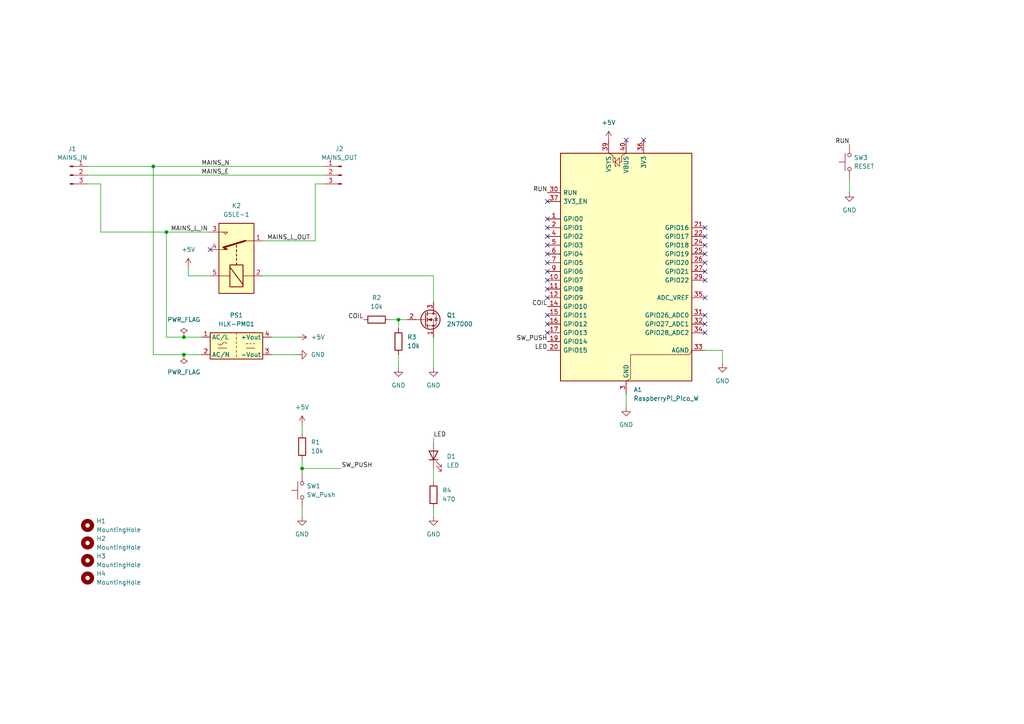
<source format=kicad_sch>
(kicad_sch (version 20250114) (generator "eeschema") (generator_version "9.0")
  (paper "A4")
  (lib_symbols
    (symbol "Connector:Conn_01x03_Pin" (pin_names (offset 1.016) (hide yes))
      (property "Reference" "J" (at 0 5.08 0))
      (property "Value" "Conn_01x03_Pin" (at 0 -5.08 0))
      (symbol "Conn_01x03_Pin_1_1"
        (rectangle (start 0.8636 2.667) (end 0 2.413) (stroke (width 0.1524)) (fill (type outline)))
        (rectangle (start 0.8636 0.127) (end 0 -0.127) (stroke (width 0.1524)) (fill (type outline)))
        (rectangle (start 0.8636 -2.413) (end 0 -2.667) (stroke (width 0.1524)) (fill (type outline)))
        (polyline (pts (xy 1.27 2.54) (xy 0.8636 2.54)) (stroke (width 0.1524)))
        (polyline (pts (xy 1.27 0) (xy 0.8636 0)) (stroke (width 0.1524)))
        (polyline (pts (xy 1.27 -2.54) (xy 0.8636 -2.54)) (stroke (width 0.1524)))
        (pin passive line (at 5.08 2.54 180) (length 3.81) (name "Pin_1") (number "1"))
        (pin passive line (at 5.08 0 180) (length 3.81) (name "Pin_2") (number "2"))
        (pin passive line (at 5.08 -2.54 180) (length 3.81) (name "Pin_3") (number "3"))
      )
    )
    (symbol "Converter_ACDC:HLK-PM01"
      (property "Reference" "PS" (at 0 5.08 0))
      (property "Value" "HLK-PM01" (at 0 -5.08 0))
      (symbol "HLK-PM01_0_1"
        (rectangle (start -7.62 3.81) (end 7.62 -3.81) (stroke (width 0.254)) (fill (type background)))
        (polyline (pts (xy -5.334 -0.635) (xy -2.794 -0.635)))
        (arc (start -4.064 0.635) (mid -4.699 0.2495) (end -5.334 0.635))
        (arc (start -4.064 0.635) (mid -3.429 1.0072) (end -2.794 0.635))
        (polyline (pts (xy 0 3.81) (xy 0 3.175)))
        (polyline (pts (xy 0 2.54) (xy 0 1.905)))
        (polyline (pts (xy 0 1.27) (xy 0 0.635)))
        (polyline (pts (xy 0 0) (xy 0 -0.635)))
        (polyline (pts (xy 0 -1.27) (xy 0 -1.905)))
        (polyline (pts (xy 0 -2.54) (xy 0 -3.175)))
        (polyline (pts (xy 2.794 0.635) (xy 3.302 0.635)))
        (polyline (pts (xy 2.794 -0.635) (xy 5.334 -0.635)))
        (polyline (pts (xy 3.81 0.635) (xy 4.318 0.635)))
        (polyline (pts (xy 4.826 0.635) (xy 5.334 0.635)))
      )
      (symbol "HLK-PM01_1_1"
        (pin power_in line (at -10.16 2.54 0) (length 2.54) (name "AC/L") (number "1"))
        (pin power_in line (at -10.16 -2.54 0) (length 2.54) (name "AC/N") (number "2"))
        (pin power_out line (at 10.16 2.54 180) (length 2.54) (name "+Vout") (number "4"))
        (pin power_out line (at 10.16 -2.54 180) (length 2.54) (name "-Vout") (number "3"))
      )
    )
    (symbol "Device:LED" (pin_numbers (hide yes)) (pin_names (offset 1.016) (hide yes))
      (property "Reference" "D" (at 0 2.54 0))
      (property "Value" "LED" (at 0 -2.54 0))
      (symbol "LED_0_1"
        (polyline (pts (xy -3.048 -0.762) (xy -4.572 -2.286) (xy -3.81 -2.286) (xy -4.572 -2.286) (xy -4.572 -1.524)))
        (polyline (pts (xy -1.778 -0.762) (xy -3.302 -2.286) (xy -2.54 -2.286) (xy -3.302 -2.286) (xy -3.302 -1.524)))
        (polyline (pts (xy -1.27 0) (xy 1.27 0)))
        (polyline (pts (xy -1.27 -1.27) (xy -1.27 1.27)) (stroke (width 0.254)))
        (polyline (pts (xy 1.27 -1.27) (xy 1.27 1.27) (xy -1.27 0) (xy 1.27 -1.27)) (stroke (width 0.254)))
      )
      (symbol "LED_1_1"
        (pin passive line (at -3.81 0 0) (length 2.54) (name "K") (number "1"))
        (pin passive line (at 3.81 0 180) (length 2.54) (name "A") (number "2"))
      )
    )
    (symbol "Device:R" (pin_numbers (hide yes)) (pin_names (offset 0))
      (property "Reference" "R" (at 2.032 0 90))
      (property "Value" "R" (at 0 0 90))
      (symbol "R_0_1"
        (rectangle (start -1.016 -2.54) (end 1.016 2.54) (stroke (width 0.254)))
      )
      (symbol "R_1_1"
        (pin passive line (at 0 3.81 270) (length 1.27) (name "~") (number "1"))
        (pin passive line (at 0 -3.81 90) (length 1.27) (name "~") (number "2"))
      )
    )
    (symbol "MCU_Module:RaspberryPi_Pico_W" (pin_names (offset 0.762))
      (property "Reference" "A" (at -19.05 35.56 0))
      (property "Value" "RaspberryPi_Pico_W" (at 7.62 35.56 0))
      (symbol "RaspberryPi_Pico_W_0_1"
        (rectangle (start -19.05 34.29) (end 19.05 -31.75) (stroke (width 0.254)) (fill (type background)))
        (polyline (pts (xy -5.08 34.29) (xy -3.81 33.655) (xy -3.81 31.75) (xy -3.175 31.75)))
        (polyline (pts (xy -3.429 32.766) (xy -3.429 33.02) (xy -3.175 33.02) (xy -3.175 30.48) (xy -2.921 30.48) (xy -2.921 30.734)))
        (polyline (pts (xy -3.175 31.75) (xy -1.905 33.02) (xy -1.905 30.48) (xy -3.175 31.75)))
        (polyline (pts (xy 0 34.29) (xy -1.27 33.655) (xy -1.27 31.75) (xy -1.905 31.75)))
        (polyline (pts (xy 0 -31.75) (xy 1.27 -31.115) (xy 1.27 -24.13) (xy 18.415 -24.13) (xy 19.05 -22.86)))
      )
      (symbol "RaspberryPi_Pico_W_1_1"
        (pin passive line (at -22.86 22.86 0) (length 3.81) (name "RUN") (number "30"))
        (pin passive line (at -22.86 20.32 0) (length 3.81) (name "3V3_EN") (number "37"))
        (pin bidirectional line (at -22.86 15.24 0) (length 3.81) (name "GPIO0") (number "1"))
        (pin bidirectional line (at -22.86 12.7 0) (length 3.81) (name "GPIO1") (number "2"))
        (pin bidirectional line (at -22.86 10.16 0) (length 3.81) (name "GPIO2") (number "4"))
        (pin bidirectional line (at -22.86 7.62 0) (length 3.81) (name "GPIO3") (number "5"))
        (pin bidirectional line (at -22.86 5.08 0) (length 3.81) (name "GPIO4") (number "6"))
        (pin bidirectional line (at -22.86 2.54 0) (length 3.81) (name "GPIO5") (number "7"))
        (pin bidirectional line (at -22.86 0 0) (length 3.81) (name "GPIO6") (number "9"))
        (pin bidirectional line (at -22.86 -2.54 0) (length 3.81) (name "GPIO7") (number "10"))
        (pin bidirectional line (at -22.86 -5.08 0) (length 3.81) (name "GPIO8") (number "11"))
        (pin bidirectional line (at -22.86 -7.62 0) (length 3.81) (name "GPIO9") (number "12"))
        (pin bidirectional line (at -22.86 -10.16 0) (length 3.81) (name "GPIO10") (number "14"))
        (pin bidirectional line (at -22.86 -12.7 0) (length 3.81) (name "GPIO11") (number "15"))
        (pin bidirectional line (at -22.86 -15.24 0) (length 3.81) (name "GPIO12") (number "16"))
        (pin bidirectional line (at -22.86 -17.78 0) (length 3.81) (name "GPIO13") (number "17"))
        (pin bidirectional line (at -22.86 -20.32 0) (length 3.81) (name "GPIO14") (number "19"))
        (pin bidirectional line (at -22.86 -22.86 0) (length 3.81) (name "GPIO15") (number "20"))
        (pin power_in line (at -5.08 38.1 270) (length 3.81) (name "VSYS") (number "39"))
        (pin power_out line (at 0 38.1 270) (length 3.81) (name "VBUS") (number "40"))
        (pin passive line (at 0 -35.56 90) (length 3.81) (hide yes) (name "GND") (number "13"))
        (pin passive line (at 0 -35.56 90) (length 3.81) (hide yes) (name "GND") (number "18"))
        (pin passive line (at 0 -35.56 90) (length 3.81) (hide yes) (name "GND") (number "23"))
        (pin passive line (at 0 -35.56 90) (length 3.81) (hide yes) (name "GND") (number "28"))
        (pin power_out line (at 0 -35.56 90) (length 3.81) (name "GND") (number "3"))
        (pin passive line (at 0 -35.56 90) (length 3.81) (hide yes) (name "GND") (number "38"))
        (pin passive line (at 0 -35.56 90) (length 3.81) (hide yes) (name "GND") (number "8"))
        (pin power_out line (at 5.08 38.1 270) (length 3.81) (name "3V3") (number "36"))
        (pin bidirectional line (at 22.86 12.7 180) (length 3.81) (name "GPIO16") (number "21"))
        (pin bidirectional line (at 22.86 10.16 180) (length 3.81) (name "GPIO17") (number "22"))
        (pin bidirectional line (at 22.86 7.62 180) (length 3.81) (name "GPIO18") (number "24"))
        (pin bidirectional line (at 22.86 5.08 180) (length 3.81) (name "GPIO19") (number "25"))
        (pin bidirectional line (at 22.86 2.54 180) (length 3.81) (name "GPIO20") (number "26"))
        (pin bidirectional line (at 22.86 0 180) (length 3.81) (name "GPIO21") (number "27"))
        (pin bidirectional line (at 22.86 -2.54 180) (length 3.81) (name "GPIO22") (number "29"))
        (pin power_in line (at 22.86 -7.62 180) (length 3.81) (name "ADC_VREF") (number "35"))
        (pin bidirectional line (at 22.86 -12.7 180) (length 3.81) (name "GPIO26_ADC0") (number "31"))
        (pin bidirectional line (at 22.86 -15.24 180) (length 3.81) (name "GPIO27_ADC1") (number "32"))
        (pin bidirectional line (at 22.86 -17.78 180) (length 3.81) (name "GPIO28_ADC2") (number "34"))
        (pin power_out line (at 22.86 -22.86 180) (length 3.81) (name "AGND") (number "33"))
      )
    )
    (symbol "Mechanical:MountingHole" (pin_names (offset 1.016)) (in_bom no)
      (property "Reference" "H" (at 0 5.08 0))
      (property "Value" "MountingHole" (at 0 3.175 0))
      (symbol "MountingHole_0_1"
        (circle (center 0 0) (radius 1.27) (stroke (width 1.27)))
      )
    )
    (symbol "Relay:G5LE-1"
      (property "Reference" "K" (at 11.43 3.81 0))
      (property "Value" "G5LE-1" (at 11.43 1.27 0))
      (symbol "G5LE-1_0_0"
        (polyline (pts (xy 7.62 5.08) (xy 7.62 2.54) (xy 6.985 3.175) (xy 7.62 3.81)))
      )
      (symbol "G5LE-1_0_1"
        (rectangle (start -10.16 5.08) (end 10.16 -5.08) (stroke (width 0.254)) (fill (type background)))
        (rectangle (start -8.255 1.905) (end -1.905 -1.905) (stroke (width 0.254)))
        (polyline (pts (xy -7.62 -1.905) (xy -2.54 1.905)) (stroke (width 0.254)))
        (polyline (pts (xy -5.08 5.08) (xy -5.08 1.905)))
        (polyline (pts (xy -5.08 -5.08) (xy -5.08 -1.905)))
        (polyline (pts (xy -1.905 0) (xy -1.27 0)) (stroke (width 0.254)))
        (polyline (pts (xy -0.635 0) (xy 0 0)) (stroke (width 0.254)))
        (polyline (pts (xy 0.635 0) (xy 1.27 0)) (stroke (width 0.254)))
        (polyline (pts (xy 1.905 0) (xy 2.54 0)) (stroke (width 0.254)))
        (polyline (pts (xy 2.54 5.08) (xy 2.54 2.54) (xy 3.175 3.175) (xy 2.54 3.81)) (fill (type outline)))
        (polyline (pts (xy 3.175 0) (xy 3.81 0)) (stroke (width 0.254)))
        (polyline (pts (xy 5.08 -2.54) (xy 3.175 3.81)) (stroke (width 0.508)))
        (polyline (pts (xy 5.08 -2.54) (xy 5.08 -5.08)))
      )
      (symbol "G5LE-1_1_1"
        (pin passive line (at -5.08 7.62 270) (length 2.54) (name "~") (number "5"))
        (pin passive line (at -5.08 -7.62 90) (length 2.54) (name "~") (number "2"))
        (pin passive line (at 2.54 7.62 270) (length 2.54) (name "~") (number "4"))
        (pin passive line (at 5.08 -7.62 90) (length 2.54) (name "~") (number "1"))
        (pin passive line (at 7.62 7.62 270) (length 2.54) (name "~") (number "3"))
      )
    )
    (symbol "Switch:SW_Push" (pin_numbers (hide yes)) (pin_names (offset 1.016) (hide yes))
      (property "Reference" "SW" (at 1.27 2.54 0))
      (property "Value" "SW_Push" (at 0 -1.524 0))
      (symbol "SW_Push_0_1"
        (circle (center -2.032 0) (radius 0.508))
        (polyline (pts (xy 0 1.27) (xy 0 3.048)))
        (circle (center 2.032 0) (radius 0.508))
        (polyline (pts (xy 2.54 1.27) (xy -2.54 1.27)))
        (pin passive line (at -5.08 0 0) (length 2.54) (name "1") (number "1"))
        (pin passive line (at 5.08 0 180) (length 2.54) (name "2") (number "2"))
      )
    )
    (symbol "Transistor_FET:2N7000" (pin_names (hide yes))
      (property "Reference" "Q" (at 5.08 1.905 0))
      (property "Value" "2N7000" (at 5.08 0 0))
      (symbol "2N7000_0_1"
        (polyline (pts (xy 0.254 1.905) (xy 0.254 -1.905)) (stroke (width 0.254)))
        (polyline (pts (xy 0.254 0) (xy -2.54 0)))
        (polyline (pts (xy 0.762 2.286) (xy 0.762 1.27)) (stroke (width 0.254)))
        (polyline (pts (xy 0.762 0.508) (xy 0.762 -0.508)) (stroke (width 0.254)))
        (polyline (pts (xy 0.762 -1.27) (xy 0.762 -2.286)) (stroke (width 0.254)))
        (polyline (pts (xy 0.762 -1.778) (xy 3.302 -1.778) (xy 3.302 1.778) (xy 0.762 1.778)))
        (polyline (pts (xy 1.016 0) (xy 2.032 0.381) (xy 2.032 -0.381) (xy 1.016 0)) (fill (type outline)))
        (circle (center 1.651 0) (radius 2.794) (stroke (width 0.254)))
        (polyline (pts (xy 2.54 2.54) (xy 2.54 1.778)))
        (circle (center 2.54 1.778) (radius 0.254) (fill (type outline)))
        (circle (center 2.54 -1.778) (radius 0.254) (fill (type outline)))
        (polyline (pts (xy 2.54 -2.54) (xy 2.54 0) (xy 0.762 0)))
        (polyline (pts (xy 2.794 0.508) (xy 2.921 0.381) (xy 3.683 0.381) (xy 3.81 0.254)))
        (polyline (pts (xy 3.302 0.381) (xy 2.921 -0.254) (xy 3.683 -0.254) (xy 3.302 0.381)))
      )
      (symbol "2N7000_1_1"
        (pin input line (at -5.08 0 0) (length 2.54) (name "G") (number "2"))
        (pin passive line (at 2.54 5.08 270) (length 2.54) (name "D") (number "3"))
        (pin passive line (at 2.54 -5.08 90) (length 2.54) (name "S") (number "1"))
      )
    )
    (symbol "power:+5V" (power) (pin_numbers (hide yes)) (pin_names (offset 0) (hide yes))
      (property "Value" "+5V" (at 0 3.556 0))
      (symbol "+5V_0_1"
        (polyline (pts (xy -0.762 1.27) (xy 0 2.54)))
        (polyline (pts (xy 0 2.54) (xy 0.762 1.27)))
        (polyline (pts (xy 0 0) (xy 0 2.54)))
      )
      (symbol "+5V_1_1"
        (pin power_in line (at 0 0 90) (length 0) (name "~") (number "1"))
      )
    )
    (symbol "power:GND" (power) (pin_numbers (hide yes)) (pin_names (offset 0) (hide yes))
      (property "Value" "GND" (at 0 -3.81 0))
      (symbol "GND_0_1"
        (polyline (pts (xy 0 0) (xy 0 -1.27) (xy 1.27 -1.27) (xy 0 -2.54) (xy -1.27 -1.27) (xy 0 -1.27)))
      )
      (symbol "GND_1_1"
        (pin power_in line (at 0 0 270) (length 0) (name "~") (number "1"))
      )
    )
    (symbol "power:PWR_FLAG" (power) (pin_numbers (hide yes)) (pin_names (offset 0) (hide yes))
      (property "Value" "PWR_FLAG" (at 0 3.81 0))
      (symbol "PWR_FLAG_0_0"
        (pin power_out line (at 0 0 90) (length 0) (name "~") (number "1"))
      )
      (symbol "PWR_FLAG_0_1"
        (polyline (pts (xy 0 0) (xy 0 1.27) (xy -1.016 1.905) (xy 0 2.54) (xy 1.016 1.905) (xy 0 1.27)))
      )
    )
  )
  (junction (at 44.45 48.26))
  (junction (at 53.34 97.79))
  (junction (at 115.57 92.71))
  (junction (at 87.63 135.89))
  (junction (at 48.26 67.31))
  (junction (at 53.34 102.87))
  (no_connect (at 158.75 73.66))
  (no_connect (at 158.75 71.12))
  (no_connect (at 158.75 83.82))
  (no_connect (at 158.75 96.52))
  (no_connect (at 158.75 58.42))
  (no_connect (at 181.61 40.64))
  (no_connect (at 204.47 93.98))
  (no_connect (at 158.75 86.36))
  (no_connect (at 204.47 96.52))
  (no_connect (at 204.47 76.2))
  (no_connect (at 204.47 81.28))
  (no_connect (at 204.47 73.66))
  (no_connect (at 158.75 66.04))
  (no_connect (at 158.75 63.5))
  (no_connect (at 204.47 78.74))
  (no_connect (at 158.75 81.28))
  (no_connect (at 158.75 76.2))
  (no_connect (at 158.75 91.44))
  (no_connect (at 158.75 68.58))
  (no_connect (at 204.47 71.12))
  (no_connect (at 204.47 91.44))
  (no_connect (at 204.47 68.58))
  (no_connect (at 158.75 93.98))
  (no_connect (at 204.47 66.04))
  (no_connect (at 186.69 40.64))
  (no_connect (at 204.47 86.36))
  (no_connect (at 158.75 78.74))
  (no_connect (at 60.96 72.39))
  (wire (pts (xy 125.73 147.32) (xy 125.73 149.86)))
  (wire (pts (xy 78.74 97.79) (xy 86.36 97.79)))
  (wire (pts (xy 76.2 80.01) (xy 125.73 80.01)))
  (wire (pts (xy 125.73 80.01) (xy 125.73 87.63)))
  (wire (pts (xy 25.4 48.26) (xy 44.45 48.26)))
  (wire (pts (xy 76.2 69.85) (xy 91.44 69.85)))
  (wire (pts (xy 25.4 50.8) (xy 93.98 50.8)))
  (wire (pts (xy 125.73 135.89) (xy 125.73 139.7)))
  (wire (pts (xy 29.21 53.34) (xy 25.4 53.34)))
  (wire (pts (xy 87.63 135.89) (xy 99.06 135.89)))
  (wire (pts (xy 53.34 97.79) (xy 58.42 97.79)))
  (wire (pts (xy 115.57 102.87) (xy 115.57 106.68)))
  (wire (pts (xy 91.44 53.34) (xy 93.98 53.34)))
  (wire (pts (xy 115.57 92.71) (xy 118.11 92.71)))
  (wire (pts (xy 54.61 80.01) (xy 60.96 80.01)))
  (wire (pts (xy 48.26 97.79) (xy 53.34 97.79)))
  (wire (pts (xy 125.73 127) (xy 125.73 128.27)))
  (wire (pts (xy 204.47 101.6) (xy 209.55 101.6)))
  (wire (pts (xy 87.63 135.89) (xy 87.63 137.16)))
  (wire (pts (xy 44.45 48.26) (xy 93.98 48.26)))
  (wire (pts (xy 54.61 77.47) (xy 54.61 80.01)))
  (wire (pts (xy 115.57 92.71) (xy 115.57 95.25)))
  (wire (pts (xy 29.21 53.34) (xy 29.21 67.31)))
  (wire (pts (xy 48.26 67.31) (xy 48.26 97.79)))
  (wire (pts (xy 87.63 133.35) (xy 87.63 135.89)))
  (wire (pts (xy 87.63 147.32) (xy 87.63 149.86)))
  (wire (pts (xy 181.61 118.11) (xy 181.61 114.3)))
  (wire (pts (xy 246.38 52.07) (xy 246.38 55.88)))
  (wire (pts (xy 48.26 67.31) (xy 60.96 67.31)))
  (wire (pts (xy 113.03 92.71) (xy 115.57 92.71)))
  (wire (pts (xy 87.63 123.19) (xy 87.63 125.73)))
  (wire (pts (xy 209.55 101.6) (xy 209.55 105.41)))
  (wire (pts (xy 125.73 97.79) (xy 125.73 106.68)))
  (wire (pts (xy 29.21 67.31) (xy 48.26 67.31)))
  (wire (pts (xy 44.45 102.87) (xy 53.34 102.87)))
  (wire (pts (xy 78.74 102.87) (xy 86.36 102.87)))
  (wire (pts (xy 91.44 69.85) (xy 91.44 53.34)))
  (wire (pts (xy 44.45 48.26) (xy 44.45 102.87)))
  (wire (pts (xy 53.34 102.87) (xy 58.42 102.87)))
  (label "LED" (at 158.75 101.6 180))
  (label "COIL" (at 158.75 88.9 180))
  (label "LED" (at 125.73 127 0))
  (label "MAINS_N" (at 58.42 48.26 0))
  (label "MAINS_L_IN" (at 49.53 67.31 0))
  (label "MAINS_L_OUT" (at 77.47 69.85 0))
  (label "RUN" (at 158.75 55.88 180))
  (label "SW_PUSH" (at 158.75 99.06 180))
  (label "RUN" (at 246.38 41.91 180))
  (label "COIL" (at 105.41 92.71 180))
  (label "MAINS_E" (at 58.42 50.8 0))
  (label "SW_PUSH" (at 99.06 135.89 0))
  (symbol (lib_id "Mechanical:MountingHole") (at 25.4 162.56 0) (unit 1) (in_bom no)
    (property "Reference" "H3" (at 27.94 161.2899 0) (effects (justify left)))
    (property "Value" "MountingHole" (at 27.94 163.8299 0) (effects (justify left)))
    (property "Footprint" "MountingHole:MountingHole_3.5mm" (effects (hide yes)))
    (property "Description" "Mounting Hole without connection" (effects (hide yes)))
  )
  (symbol (lib_id "Device:LED") (at 125.73 132.08 90) (unit 1)
    (property "Reference" "D1" (at 129.54 132.3974 90) (effects (justify right)))
    (property "Value" "LED" (at 129.54 134.9374 90) (effects (justify right)))
    (property "Footprint" "Connector_Wire:SolderWire-0.5sqmm_1x02_P4.6mm_D0.9mm_OD2.1mm" (effects (hide yes)))
    (property "Description" "Light emitting diode" (effects (hide yes)))
    (property "Sim.Pins" "1=K 2=A" (effects (hide yes)))
  )
  (symbol (lib_id "power:GND") (at 125.73 106.68 0) (unit 1)
    (property "Reference" "#PWR07" (effects (hide yes)))
    (property "Value" "GND" (at 125.73 111.76 0))
    (property "Description" "Power symbol creates a global label with name \"GND\" , ground" (effects (hide yes)))
  )
  (symbol (lib_id "power:PWR_FLAG") (at 53.34 102.87 180) (unit 1)
    (property "Reference" "#FLG02" (effects (hide yes)))
    (property "Value" "PWR_FLAG" (at 53.34 107.95 0))
    (property "Description" "Special symbol for telling ERC where power comes from" (effects (hide yes)))
  )
  (symbol (lib_id "power:+5V") (at 54.61 77.47 0) (unit 1)
    (property "Reference" "#PWR01" (effects (hide yes)))
    (property "Value" "+5V" (at 54.61 72.39 0))
    (property "Description" "Power symbol creates a global label with name \"+5V\"" (effects (hide yes)))
  )
  (symbol (lib_id "Device:R") (at 87.63 129.54 0) (unit 1)
    (property "Reference" "R1" (at 90.17 128.2699 0) (effects (justify left)))
    (property "Value" "10k" (at 90.17 130.8099 0) (effects (justify left)))
    (property "Footprint" "Resistor_THT:R_Axial_DIN0207_L6.3mm_D2.5mm_P7.62mm_Horizontal" (effects (hide yes)))
    (property "Description" "Resistor" (effects (hide yes)))
  )
  (symbol (lib_id "Device:R") (at 125.73 143.51 0) (unit 1)
    (property "Reference" "R4" (at 128.27 142.2399 0) (effects (justify left)))
    (property "Value" "470" (at 128.27 144.7799 0) (effects (justify left)))
    (property "Footprint" "Resistor_THT:R_Axial_DIN0207_L6.3mm_D2.5mm_P7.62mm_Horizontal" (effects (hide yes)))
    (property "Description" "Resistor" (effects (hide yes)))
  )
  (symbol (lib_id "Switch:SW_Push") (at 87.63 142.24 90) (unit 1)
    (property "Reference" "SW1" (at 88.9 140.9699 90) (effects (justify right)))
    (property "Value" "SW_Push" (at 88.9 143.5099 90) (effects (justify right)))
    (property "Footprint" "Connector_Wire:SolderWire-0.5sqmm_1x02_P4.6mm_D0.9mm_OD2.1mm" (effects (hide yes)))
    (property "Description" "Push button switch, generic, two pins" (effects (hide yes)))
  )
  (symbol (lib_id "Connector:Conn_01x03_Pin") (at 99.06 50.8 0) (mirror y) (unit 1)
    (property "Reference" "J2" (at 98.425 43.18 0))
    (property "Value" "MAINS_OUT" (at 98.425 45.72 0))
    (property "Footprint" "TerminalBlock_MetzConnect:TerminalBlock_MetzConnect_Type011_RT05503HBLC_1x03_P5.00mm_Horizontal" (effects (hide yes)))
    (property "Description" "Generic connector, single row, 01x03, script generated" (effects (hide yes)))
  )
  (symbol (lib_id "Device:R") (at 109.22 92.71 90) (unit 1)
    (property "Reference" "R2" (at 109.22 86.36 90))
    (property "Value" "10k" (at 109.22 88.9 90))
    (property "Footprint" "Resistor_THT:R_Axial_DIN0207_L6.3mm_D2.5mm_P7.62mm_Horizontal" (effects (hide yes)))
    (property "Description" "Resistor" (effects (hide yes)))
  )
  (symbol (lib_id "Mechanical:MountingHole") (at 25.4 152.4 0) (unit 1) (in_bom no)
    (property "Reference" "H1" (at 27.94 151.1299 0) (effects (justify left)))
    (property "Value" "MountingHole" (at 27.94 153.6699 0) (effects (justify left)))
    (property "Footprint" "MountingHole:MountingHole_3.5mm" (effects (hide yes)))
    (property "Description" "Mounting Hole without connection" (effects (hide yes)))
  )
  (symbol (lib_id "Transistor_FET:2N7000") (at 123.19 92.71 0) (unit 1)
    (property "Reference" "Q1" (at 129.54 91.4399 0) (effects (justify left)))
    (property "Value" "2N7000" (at 129.54 93.9799 0) (effects (justify left)))
    (property "Footprint" "Package_TO_SOT_THT:TO-92_Inline" (effects (hide yes)))
    (property "Datasheet" "https://www.vishay.com/docs/70226/70226.pdf" (effects (hide yes)))
    (property "Description" "0.2A Id, 200V Vds, N-Channel MOSFET, 2.6V Logic Level, TO-92" (effects (hide yes)))
  )
  (symbol (lib_id "power:+5V") (at 86.36 97.79 270) (unit 1)
    (property "Reference" "#PWR02" (effects (hide yes)))
    (property "Value" "+5V" (at 90.17 97.7899 90) (effects (justify left)))
    (property "Description" "Power symbol creates a global label with name \"+5V\"" (effects (hide yes)))
  )
  (symbol (lib_id "Device:R") (at 115.57 99.06 180) (unit 1)
    (property "Reference" "R3" (at 118.11 97.7899 0) (effects (justify right)))
    (property "Value" "10k" (at 118.11 100.3299 0) (effects (justify right)))
    (property "Footprint" "Resistor_THT:R_Axial_DIN0207_L6.3mm_D2.5mm_P7.62mm_Horizontal" (effects (hide yes)))
    (property "Description" "Resistor" (effects (hide yes)))
  )
  (symbol (lib_id "power:GND") (at 86.36 102.87 90) (unit 1)
    (property "Reference" "#PWR03" (effects (hide yes)))
    (property "Value" "GND" (at 90.17 102.8699 90) (effects (justify right)))
    (property "Description" "Power symbol creates a global label with name \"GND\" , ground" (effects (hide yes)))
  )
  (symbol (lib_id "power:GND") (at 87.63 149.86 0) (unit 1)
    (property "Reference" "#PWR05" (effects (hide yes)))
    (property "Value" "GND" (at 87.63 154.94 0))
    (property "Description" "Power symbol creates a global label with name \"GND\" , ground" (effects (hide yes)))
  )
  (symbol (lib_id "power:GND") (at 115.57 106.68 0) (unit 1)
    (property "Reference" "#PWR06" (effects (hide yes)))
    (property "Value" "GND" (at 115.57 111.76 0))
    (property "Description" "Power symbol creates a global label with name \"GND\" , ground" (effects (hide yes)))
  )
  (symbol (lib_id "Mechanical:MountingHole") (at 25.4 167.64 0) (unit 1) (in_bom no)
    (property "Reference" "H4" (at 27.94 166.3699 0) (effects (justify left)))
    (property "Value" "MountingHole" (at 27.94 168.9099 0) (effects (justify left)))
    (property "Footprint" "MountingHole:MountingHole_3.5mm" (effects (hide yes)))
    (property "Description" "Mounting Hole without connection" (effects (hide yes)))
  )
  (symbol (lib_id "power:GND") (at 181.61 118.11 0) (unit 1)
    (property "Reference" "#PWR010" (effects (hide yes)))
    (property "Value" "GND" (at 181.61 123.19 0))
    (property "Description" "Power symbol creates a global label with name \"GND\" , ground" (effects (hide yes)))
  )
  (symbol (lib_id "power:GND") (at 125.73 149.86 0) (unit 1)
    (property "Reference" "#PWR08" (effects (hide yes)))
    (property "Value" "GND" (at 125.73 154.94 0))
    (property "Description" "Power symbol creates a global label with name \"GND\" , ground" (effects (hide yes)))
  )
  (symbol (lib_id "power:+5V") (at 87.63 123.19 0) (unit 1)
    (property "Reference" "#PWR04" (effects (hide yes)))
    (property "Value" "+5V" (at 87.63 118.11 0))
    (property "Description" "Power symbol creates a global label with name \"+5V\"" (effects (hide yes)))
  )
  (symbol (lib_id "power:GND") (at 246.38 55.88 0) (unit 1)
    (property "Reference" "#PWR012" (effects (hide yes)))
    (property "Value" "GND" (at 246.38 60.96 0))
    (property "Description" "Power symbol creates a global label with name \"GND\" , ground" (effects (hide yes)))
  )
  (symbol (lib_id "Mechanical:MountingHole") (at 25.4 157.48 0) (unit 1) (in_bom no)
    (property "Reference" "H2" (at 27.94 156.2099 0) (effects (justify left)))
    (property "Value" "MountingHole" (at 27.94 158.7499 0) (effects (justify left)))
    (property "Footprint" "MountingHole:MountingHole_3.5mm" (effects (hide yes)))
    (property "Description" "Mounting Hole without connection" (effects (hide yes)))
  )
  (symbol (lib_id "Switch:SW_Push") (at 246.38 46.99 90) (unit 1)
    (property "Reference" "SW3" (at 247.65 45.7199 90) (effects (justify right)))
    (property "Value" "RESET" (at 247.65 48.2599 90) (effects (justify right)))
    (property "Footprint" "Button_Switch_THT:SW_PUSH_6mm_H4.3mm" (effects (hide yes)))
    (property "Description" "Push button switch, generic, two pins" (effects (hide yes)))
  )
  (symbol (lib_id "Relay:G5LE-1") (at 68.58 74.93 90) (unit 1)
    (property "Reference" "K2" (at 68.58 59.69 90))
    (property "Value" "G5LE-1" (at 68.58 62.23 90))
    (property "Footprint" "Relay_THT:Relay_SPDT_Omron-G5LE-1" (effects (hide yes)))
    (property "Datasheet" "http://www.omron.com/ecb/products/pdf/en-g5le.pdf" (effects (hide yes)))
    (property "Description" "Omron G5LE relay, Miniature Single Pole, SPDT, 10A" (effects (hide yes)))
  )
  (symbol (lib_id "power:PWR_FLAG") (at 53.34 97.79 0) (unit 1)
    (property "Reference" "#FLG01" (effects (hide yes)))
    (property "Value" "PWR_FLAG" (at 53.34 92.71 0))
    (property "Description" "Special symbol for telling ERC where power comes from" (effects (hide yes)))
  )
  (symbol (lib_id "power:GND") (at 209.55 105.41 0) (unit 1)
    (property "Reference" "#PWR011" (effects (hide yes)))
    (property "Value" "GND" (at 209.55 110.49 0))
    (property "Description" "Power symbol creates a global label with name \"GND\" , ground" (effects (hide yes)))
  )
  (symbol (lib_id "Connector:Conn_01x03_Pin") (at 20.32 50.8 0) (unit 1)
    (property "Reference" "J1" (at 20.955 43.18 0))
    (property "Value" "MAINS_IN" (at 20.955 45.72 0))
    (property "Footprint" "TerminalBlock_MetzConnect:TerminalBlock_MetzConnect_Type011_RT05503HBLC_1x03_P5.00mm_Horizontal" (effects (hide yes)))
    (property "Description" "Generic connector, single row, 01x03, script generated" (effects (hide yes)))
  )
  (symbol (lib_id "Converter_ACDC:HLK-PM01") (at 68.58 100.33 0) (unit 1)
    (property "Reference" "PS1" (at 68.58 91.44 0))
    (property "Value" "HLK-PM01" (at 68.58 93.98 0))
    (property "Footprint" "Converter_ACDC:Converter_ACDC_Hi-Link_HLK-PMxx" (effects (hide yes)))
    (property "Datasheet" "https://h.hlktech.com/download/ACDC%E7%94%B5%E6%BA%90%E6%A8%A1%E5%9D%973W%E7%B3%BB%E5%88%97/1/%E6%B5%B7%E5%87%8C%E7%A7%913W%E7%B3%BB%E5%88%97%E7%94%B5%E6%BA%90%E6%A8%A1%E5%9D%97%E8%A7%84%E6%A0%BC%E4%B9%A6V2.8.pdf" (effects (hide yes)))
    (property "Description" "Compact AC/DC board mount power module 3W 5V" (effects (hide yes)))
  )
  (symbol (lib_id "MCU_Module:RaspberryPi_Pico_W") (at 181.61 78.74 0) (unit 1)
    (property "Reference" "A1" (at 183.7533 113.03 0) (effects (justify left)))
    (property "Value" "RaspberryPi_Pico_W" (at 183.7533 115.57 0) (effects (justify left)))
    (property "Footprint" "Module:RaspberryPi_Pico_Common_THT" (effects (hide yes)))
    (property "Datasheet" "https://datasheets.raspberrypi.com/picow/pico-w-datasheet.pdf" (effects (hide yes)))
    (property "Description" "Versatile and inexpensive wireless microcontroller module powered by RP2040 dual-core Arm Cortex-M0+ processor up to 133 MHz, 264kB SRAM, 2MB QSPI flash, Infineon CYW43439 2.4GHz 802.11n wireless LAN; also supports Raspberry Pi Pico 2 W" (effects (hide yes)))
  )
  (symbol (lib_id "power:+5V") (at 176.53 40.64 0) (unit 1)
    (property "Reference" "#PWR09" (effects (hide yes)))
    (property "Value" "+5V" (at 176.53 35.56 0))
    (property "Description" "Power symbol creates a global label with name \"+5V\"" (effects (hide yes)))
  )
)
</source>
